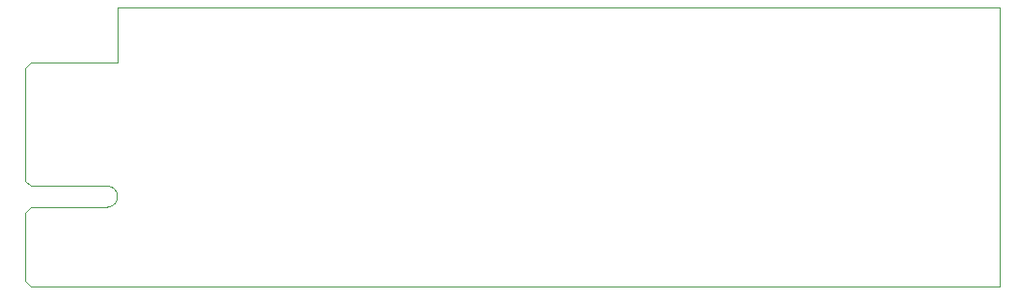
<source format=gbr>
%TF.GenerationSoftware,KiCad,Pcbnew,8.0.3*%
%TF.CreationDate,2024-06-27T20:48:53-04:00*%
%TF.ProjectId,charger-module,63686172-6765-4722-9d6d-6f64756c652e,v0.0.0*%
%TF.SameCoordinates,Original*%
%TF.FileFunction,Profile,NP*%
%FSLAX46Y46*%
G04 Gerber Fmt 4.6, Leading zero omitted, Abs format (unit mm)*
G04 Created by KiCad (PCBNEW 8.0.3) date 2024-06-27 20:48:53*
%MOMM*%
%LPD*%
G01*
G04 APERTURE LIST*
%TA.AperFunction,Profile*%
%ADD10C,0.050000*%
%TD*%
%TA.AperFunction,Profile*%
%ADD11C,0.100000*%
%TD*%
G04 APERTURE END LIST*
D10*
X9000000Y0D02*
X89000000Y0D01*
X89000000Y0D02*
X89000000Y-25300000D01*
X89000000Y-25300000D02*
X9000000Y-25300000D01*
X9000000Y0D02*
X9000000Y-5000000D01*
D11*
%TO.C,J1*%
X600000Y-5500000D02*
X600000Y-15700000D01*
X600000Y-18600000D02*
X600000Y-24800000D01*
X1100000Y-5000000D02*
X600000Y-5500000D01*
X1100000Y-16200000D02*
X600000Y-15700000D01*
X1100000Y-18100000D02*
X600000Y-18600000D01*
X1100000Y-25300000D02*
X600000Y-24800000D01*
X8050000Y-16200000D02*
X1100000Y-16200000D01*
X8050000Y-18100000D02*
X1100000Y-18100000D01*
X9000000Y-5000000D02*
X1100000Y-5000000D01*
X9000000Y-25300000D02*
X1100000Y-25300000D01*
X8050000Y-16200000D02*
G75*
G02*
X8050000Y-18100000I0J-950000D01*
G01*
%TD*%
M02*

</source>
